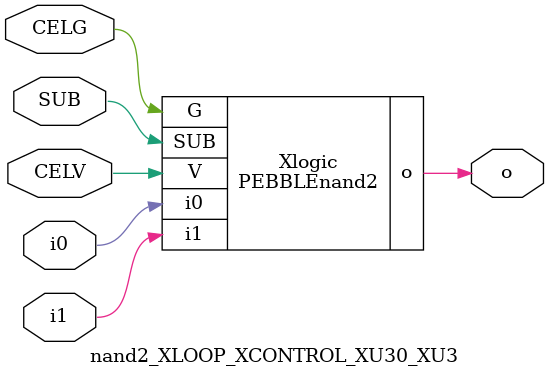
<source format=v>



module PEBBLEnand2 ( o, G, SUB, V, i0, i1 );

  input i0;
  input V;
  input i1;
  input G;
  output o;
  input SUB;
endmodule

//Celera Confidential Do Not Copy nand2_XLOOP_XCONTROL_XU30_XU3
//Celera Confidential Symbol Generator
//5V NAND2
module nand2_XLOOP_XCONTROL_XU30_XU3 (CELV,CELG,i0,i1,o,SUB);
input CELV;
input CELG;
input i0;
input i1;
input SUB;
output o;

//Celera Confidential Do Not Copy nand2
PEBBLEnand2 Xlogic(
.V (CELV),
.i0 (i0),
.i1 (i1),
.o (o),
.SUB (SUB),
.G (CELG)
);
//,diesize,PEBBLEnand2

//Celera Confidential Do Not Copy Module End
//Celera Schematic Generator
endmodule

</source>
